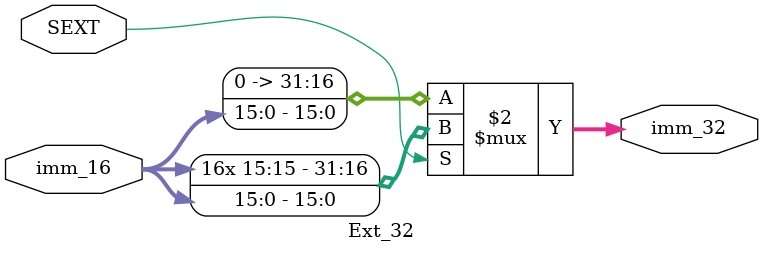
<source format=v>
`timescale 1ns / 1ps
module Ext_32(
	input wire SEXT,
	input [15:0] imm_16,
	output [31:0] imm_32
	);

	assign imm_32 = SEXT==1 ? {{16{imm_16[15]}}, imm_16}:{16'h0, imm_16};
endmodule

</source>
